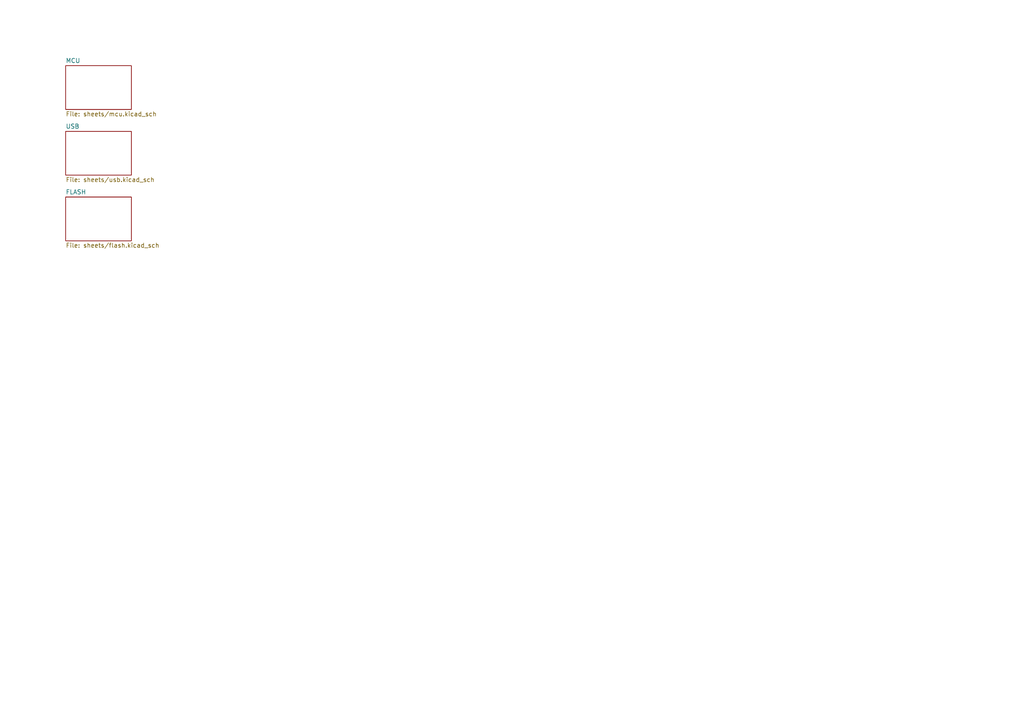
<source format=kicad_sch>
(kicad_sch
	(version 20231120)
	(generator "eeschema")
	(generator_version "8.0")
	(uuid "e68034de-3c5e-4df9-b3d4-7e0ea1d00387")
	(paper "A4")
	(lib_symbols)
	(sheet
		(at 19.05 57.15)
		(size 19.05 12.7)
		(fields_autoplaced yes)
		(stroke
			(width 0.1524)
			(type solid)
		)
		(fill
			(color 0 0 0 0.0000)
		)
		(uuid "35d32fe6-594a-4259-8115-e203447d539d")
		(property "Sheetname" "FLASH"
			(at 19.05 56.4384 0)
			(effects
				(font
					(size 1.27 1.27)
				)
				(justify left bottom)
			)
		)
		(property "Sheetfile" "sheets/flash.kicad_sch"
			(at 19.05 70.4346 0)
			(effects
				(font
					(size 1.27 1.27)
				)
				(justify left top)
			)
		)
		(instances
			(project "stm32f072c8_mcu"
				(path "/e68034de-3c5e-4df9-b3d4-7e0ea1d00387"
					(page "4")
				)
			)
		)
	)
	(sheet
		(at 19.05 19.05)
		(size 19.05 12.7)
		(fields_autoplaced yes)
		(stroke
			(width 0.1524)
			(type solid)
		)
		(fill
			(color 0 0 0 0.0000)
		)
		(uuid "536ad4b2-1890-46bf-b235-a2b283909d39")
		(property "Sheetname" "MCU"
			(at 19.05 18.3384 0)
			(effects
				(font
					(size 1.27 1.27)
				)
				(justify left bottom)
			)
		)
		(property "Sheetfile" "sheets/mcu.kicad_sch"
			(at 19.05 32.3346 0)
			(effects
				(font
					(size 1.27 1.27)
				)
				(justify left top)
			)
		)
		(instances
			(project "stm32f072c8_mcu"
				(path "/e68034de-3c5e-4df9-b3d4-7e0ea1d00387"
					(page "2")
				)
			)
		)
	)
	(sheet
		(at 19.05 38.1)
		(size 19.05 12.7)
		(fields_autoplaced yes)
		(stroke
			(width 0.1524)
			(type solid)
		)
		(fill
			(color 0 0 0 0.0000)
		)
		(uuid "d33bead4-075b-4ab7-8a51-fe807e9b64e0")
		(property "Sheetname" "USB"
			(at 19.05 37.3884 0)
			(effects
				(font
					(size 1.27 1.27)
				)
				(justify left bottom)
			)
		)
		(property "Sheetfile" "sheets/usb.kicad_sch"
			(at 19.05 51.3846 0)
			(effects
				(font
					(size 1.27 1.27)
				)
				(justify left top)
			)
		)
		(instances
			(project "stm32f072c8_mcu"
				(path "/e68034de-3c5e-4df9-b3d4-7e0ea1d00387"
					(page "3")
				)
			)
		)
	)
	(sheet_instances
		(path "/"
			(page "1")
		)
	)
)

</source>
